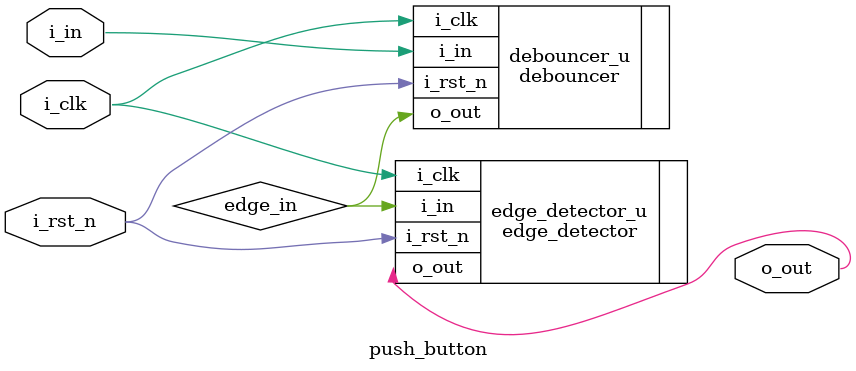
<source format=v>
module push_button#(
	parameter counter_final_value = 99
)(
  input wire i_clk,
	input wire i_rst_n,
	input wire i_in,
	output wire o_out
);

  wire edge_in;

  debouncer#(
    .counter_final_value(counter_final_value)
  ) debouncer_u(
    .i_clk(i_clk),
	  .i_rst_n(i_rst_n),
	  .i_in(i_in),
	  .o_out(edge_in)
  );

  edge_detector edge_detector_u(
    .i_clk(i_clk),
	  .i_rst_n(i_rst_n),
	  .i_in(edge_in),
	  .o_out(o_out)
  );

endmodule
</source>
